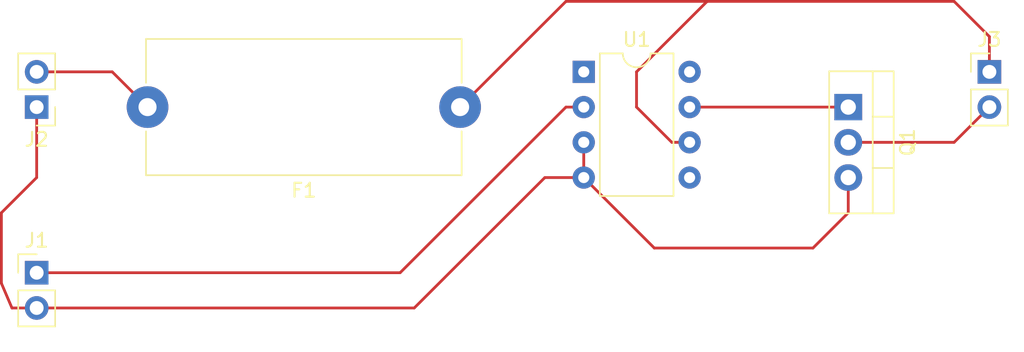
<source format=kicad_pcb>
(kicad_pcb (version 20221018) (generator pcbnew)
  (layers (0 "F.Cu" signal) (31 "B.Cu" signal) (34 "B.Paste" user) (35 "F.Paste" user) (36 "B.SilkS" user "B.Silkscreen") (37 "F.SilkS" user "F.Silkscreen") (38 "B.Mask" user) (39 "F.Mask" user) (44 "Edge.Cuts" user))
  (net 0 "")
  (net 1 "Net-(Q1-G)")
  (net 2 "Net-(J3-Pin_2)")
  (net 3 "GND")
  (net 4 "Net-(J3-Pin_1)")
  (net 5 "Net-(J2-Pin_2)")
  (net 6 "Net-(J1-Pin_1)")
  (footprint "Fuse:Fuseholder_Cylinder-5x20mm_Schurter_0031_8201_Horizontal_Open" (layer "F.Cu") (at 99.06 55.88 180)
    (fp_text reference "F1" (at 11.25 -6) (layer "F.SilkS"))
    (fp_text value "Fuse")
    (fp_line (start -0.11 -4.91) (end 22.61 -4.91) (stroke (width 0.12)) (layer "F.SilkS"))
    (fp_line (start -0.11 -1.75) (end -0.11 -4.91) (stroke (width 0.12)) (layer "F.SilkS"))
    (fp_line (start -0.11 4.91) (end -0.11 1.75) (stroke (width 0.12)) (layer "F.SilkS"))
    (fp_line (start -0.11 4.91) (end 22.61 4.91) (stroke (width 0.12)) (layer "F.SilkS"))
    (fp_line (start 22.61 -1.75) (end 22.61 -4.91) (stroke (width 0.12)) (layer "F.SilkS"))
    (fp_line (start 22.61 4.91) (end 22.61 1.75) (stroke (width 0.12)) (layer "F.SilkS"))
    (pad "" np_thru_hole circle (at 11.25 0 180) (size 2.7 2.7) (drill 2.7) (layers "*.Cu" "*.Mask"))
    (pad "1" thru_hole circle (at 0 0 180) (size 3 3) (drill 1.3) (layers "*.Cu" "*.Mask") (net 4 "Net-(J3-Pin_1)"))
    (pad "2" thru_hole circle (at 22.5 0 180) (size 3 3) (drill 1.3) (layers "*.Cu" "*.Mask") (net 5 "Net-(J2-Pin_2)"))
  )
  (footprint "Connector_PinHeader_2.54mm:PinHeader_1x02_P2.54mm_Vertical" (layer "F.Cu") (at 137.16 53.34)
    (fp_text reference "J3" (at 0 -2.33) (layer "F.SilkS"))
    (fp_text value "output")
    (fp_line (start -1.33 -1.33) (end 0 -1.33) (stroke (width 0.12)) (layer "F.SilkS"))
    (fp_line (start -1.33 0) (end -1.33 -1.33) (stroke (width 0.12)) (layer "F.SilkS"))
    (fp_line (start -1.33 1.27) (end -1.33 3.87) (stroke (width 0.12)) (layer "F.SilkS"))
    (fp_line (start -1.33 1.27) (end 1.33 1.27) (stroke (width 0.12)) (layer "F.SilkS"))
    (fp_line (start -1.33 3.87) (end 1.33 3.87) (stroke (width 0.12)) (layer "F.SilkS"))
    (fp_line (start 1.33 1.27) (end 1.33 3.87) (stroke (width 0.12)) (layer "F.SilkS"))
    (pad "1" thru_hole rect (at 0 0) (size 1.7 1.7) (drill 1) (layers "*.Cu" "*.Mask") (net 4 "Net-(J3-Pin_1)"))
    (pad "2" thru_hole oval (at 0 2.54) (size 1.7 1.7) (drill 1) (layers "*.Cu" "*.Mask") (net 2 "Net-(J3-Pin_2)"))
  )
  (footprint "Package_DIP:DIP-8_W7.62mm" (layer "F.Cu") (at 107.96 53.34)
    (fp_text reference "U1" (at 3.81 -2.33) (layer "F.SilkS"))
    (fp_text value "TC427")
    (fp_line (start 1.16 -1.33) (end 1.16 8.95) (stroke (width 0.12)) (layer "F.SilkS"))
    (fp_line (start 1.16 8.95) (end 6.46 8.95) (stroke (width 0.12)) (layer "F.SilkS"))
    (fp_line (start 2.81 -1.33) (end 1.16 -1.33) (stroke (width 0.12)) (layer "F.SilkS"))
    (fp_line (start 6.46 -1.33) (end 4.81 -1.33) (stroke (width 0.12)) (layer "F.SilkS"))
    (fp_line (start 6.46 8.95) (end 6.46 -1.33) (stroke (width 0.12)) (layer "F.SilkS"))
    (fp_arc (start 4.81 -1.33) (mid 3.81 -0.33) (end 2.81 -1.33) (stroke (width 0.12)) (layer "F.SilkS"))
    (pad "1" thru_hole rect (at 0 0) (size 1.6 1.6) (drill 0.8) (layers "*.Cu" "*.Mask"))
    (pad "2" thru_hole oval (at 0 2.54) (size 1.6 1.6) (drill 0.8) (layers "*.Cu" "*.Mask") (net 6 "Net-(J1-Pin_1)"))
    (pad "3" thru_hole oval (at 0 5.08) (size 1.6 1.6) (drill 0.8) (layers "*.Cu" "*.Mask") (net 3 "GND"))
    (pad "4" thru_hole oval (at 0 7.62) (size 1.6 1.6) (drill 0.8) (layers "*.Cu" "*.Mask") (net 3 "GND"))
    (pad "5" thru_hole oval (at 7.62 7.62) (size 1.6 1.6) (drill 0.8) (layers "*.Cu" "*.Mask"))
    (pad "6" thru_hole oval (at 7.62 5.08) (size 1.6 1.6) (drill 0.8) (layers "*.Cu" "*.Mask") (net 4 "Net-(J3-Pin_1)"))
    (pad "7" thru_hole oval (at 7.62 2.54) (size 1.6 1.6) (drill 0.8) (layers "*.Cu" "*.Mask") (net 1 "Net-(Q1-G)"))
    (pad "8" thru_hole oval (at 7.62 0) (size 1.6 1.6) (drill 0.8) (layers "*.Cu" "*.Mask"))
  )
  (footprint "Connector_PinHeader_2.54mm:PinHeader_1x02_P2.54mm_Vertical" (layer "F.Cu") (at 68.58 55.88 180)
    (fp_text reference "J2" (at 0 -2.33) (layer "F.SilkS"))
    (fp_text value "power")
    (fp_line (start -1.33 -1.33) (end 0 -1.33) (stroke (width 0.12)) (layer "F.SilkS"))
    (fp_line (start -1.33 0) (end -1.33 -1.33) (stroke (width 0.12)) (layer "F.SilkS"))
    (fp_line (start -1.33 1.27) (end -1.33 3.87) (stroke (width 0.12)) (layer "F.SilkS"))
    (fp_line (start -1.33 1.27) (end 1.33 1.27) (stroke (width 0.12)) (layer "F.SilkS"))
    (fp_line (start -1.33 3.87) (end 1.33 3.87) (stroke (width 0.12)) (layer "F.SilkS"))
    (fp_line (start 1.33 1.27) (end 1.33 3.87) (stroke (width 0.12)) (layer "F.SilkS"))
    (pad "1" thru_hole rect (at 0 0 180) (size 1.7 1.7) (drill 1) (layers "*.Cu" "*.Mask") (net 3 "GND"))
    (pad "2" thru_hole oval (at 0 2.54 180) (size 1.7 1.7) (drill 1) (layers "*.Cu" "*.Mask") (net 5 "Net-(J2-Pin_2)"))
  )
  (footprint "Package_TO_SOT_THT:TO-220-3_Vertical" (layer "F.Cu") (at 127 55.88 -90)
    (fp_text reference "Q1" (at 2.54 -4.27 90) (layer "F.SilkS"))
    (fp_text value "IRFZ44N")
    (fp_line (start -2.58 -3.27) (end -2.58 1.371) (stroke (width 0.12)) (layer "F.SilkS"))
    (fp_line (start -2.58 -3.27) (end 7.66 -3.27) (stroke (width 0.12)) (layer "F.SilkS"))
    (fp_line (start -2.58 -1.76) (end 7.66 -1.76) (stroke (width 0.12)) (layer "F.SilkS"))
    (fp_line (start -2.58 1.371) (end 7.66 1.371) (stroke (width 0.12)) (layer "F.SilkS"))
    (fp_line (start 0.69 -3.27) (end 0.69 -1.76) (stroke (width 0.12)) (layer "F.SilkS"))
    (fp_line (start 4.391 -3.27) (end 4.391 -1.76) (stroke (width 0.12)) (layer "F.SilkS"))
    (fp_line (start 7.66 -3.27) (end 7.66 1.371) (stroke (width 0.12)) (layer "F.SilkS"))
    (pad "1" thru_hole rect (at 0 0 270) (size 1.905 2) (drill 1.1) (layers "*.Cu" "*.Mask") (net 1 "Net-(Q1-G)"))
    (pad "2" thru_hole oval (at 2.54 0 270) (size 1.905 2) (drill 1.1) (layers "*.Cu" "*.Mask") (net 2 "Net-(J3-Pin_2)"))
    (pad "3" thru_hole oval (at 5.08 0 270) (size 1.905 2) (drill 1.1) (layers "*.Cu" "*.Mask") (net 3 "GND"))
  )
  (footprint "Connector_PinHeader_2.54mm:PinHeader_1x02_P2.54mm_Vertical" (layer "F.Cu") (at 68.58 67.82)
    (fp_text reference "J1" (at 0 -2.33) (layer "F.SilkS"))
    (fp_text value "input")
    (fp_line (start -1.33 -1.33) (end 0 -1.33) (stroke (width 0.12)) (layer "F.SilkS"))
    (fp_line (start -1.33 0) (end -1.33 -1.33) (stroke (width 0.12)) (layer "F.SilkS"))
    (fp_line (start -1.33 1.27) (end -1.33 3.87) (stroke (width 0.12)) (layer "F.SilkS"))
    (fp_line (start -1.33 1.27) (end 1.33 1.27) (stroke (width 0.12)) (layer "F.SilkS"))
    (fp_line (start -1.33 3.87) (end 1.33 3.87) (stroke (width 0.12)) (layer "F.SilkS"))
    (fp_line (start 1.33 1.27) (end 1.33 3.87) (stroke (width 0.12)) (layer "F.SilkS"))
    (pad "1" thru_hole rect (at 0 0) (size 1.7 1.7) (drill 1) (layers "*.Cu" "*.Mask") (net 6 "Net-(J1-Pin_1)"))
    (pad "2" thru_hole oval (at 0 2.54) (size 1.7 1.7) (drill 1) (layers "*.Cu" "*.Mask") (net 3 "GND"))
  )
  (segment (start 115.58 55.88) (end 127 55.88) (width 0.2) (layer "F.Cu") (net 1))
  (segment (start 137.16 55.88) (end 134.62 58.42) (width 0.2) (layer "F.Cu") (net 2))
  (segment (start 134.62 58.42) (end 127 58.42) (width 0.2) (layer "F.Cu") (net 2))
  (segment (start 107.96 60.96) (end 107.96 58.42) (width 0.2) (layer "F.Cu") (net 3))
  (segment (start 66.8 70.36) (end 68.58 70.36) (width 0.2) (layer "F.Cu") (net 3))
  (segment (start 68.58 60.96) (end 66.04 63.5) (width 0.2) (layer "F.Cu") (net 3))
  (segment (start 105.16 60.96) (end 95.76 70.36) (width 0.2) (layer "F.Cu") (net 3))
  (segment (start 113.04 66.04) (end 107.96 60.96) (width 0.2) (layer "F.Cu") (net 3))
  (segment (start 107.96 60.96) (end 105.16 60.96) (width 0.2) (layer "F.Cu") (net 3))
  (segment (start 66.04 68.58) (end 66.8 70.36) (width 0.2) (layer "F.Cu") (net 3))
  (segment (start 95.76 70.36) (end 68.58 70.36) (width 0.2) (layer "F.Cu") (net 3))
  (segment (start 68.58 55.88) (end 68.58 60.96) (width 0.2) (layer "F.Cu") (net 3))
  (segment (start 127 63.5) (end 124.46 66.04) (width 0.2) (layer "F.Cu") (net 3))
  (segment (start 124.46 66.04) (end 113.04 66.04) (width 0.2) (layer "F.Cu") (net 3))
  (segment (start 66.04 63.5) (end 66.04 68.58) (width 0.2) (layer "F.Cu") (net 3))
  (segment (start 127 60.96) (end 127 63.5) (width 0.2) (layer "F.Cu") (net 3))
  (segment (start 111.76 53.34) (end 116.84 48.26) (width 0.2) (layer "F.Cu") (net 4))
  (segment (start 134.62 48.26) (end 137.16 50.8) (width 0.2) (layer "F.Cu") (net 4))
  (segment (start 115.58 58.42) (end 114.3 58.42) (width 0.2) (layer "F.Cu") (net 4))
  (segment (start 114.3 58.42) (end 111.76 55.88) (width 0.2) (layer "F.Cu") (net 4))
  (segment (start 106.68 48.26) (end 116.84 48.26) (width 0.2) (layer "F.Cu") (net 4))
  (segment (start 111.76 55.88) (end 111.76 53.34) (width 0.2) (layer "F.Cu") (net 4))
  (segment (start 137.16 50.8) (end 137.16 53.34) (width 0.2) (layer "F.Cu") (net 4))
  (segment (start 99.06 55.88) (end 106.68 48.26) (width 0.2) (layer "F.Cu") (net 4))
  (segment (start 116.84 48.26) (end 134.62 48.26) (width 0.2) (layer "F.Cu") (net 4))
  (segment (start 68.58 53.34) (end 74.02 53.34) (width 0.2) (layer "F.Cu") (net 5))
  (segment (start 74.02 53.34) (end 76.56 55.88) (width 0.2) (layer "F.Cu") (net 5))
  (segment (start 94.74 67.82) (end 106.68 55.88) (width 0.2) (layer "F.Cu") (net 6))
  (segment (start 68.58 67.82) (end 94.74 67.82) (width 0.2) (layer "F.Cu") (net 6))
  (segment (start 106.68 55.88) (end 107.96 55.88) (width 0.2) (layer "F.Cu") (net 6))
)
</source>
